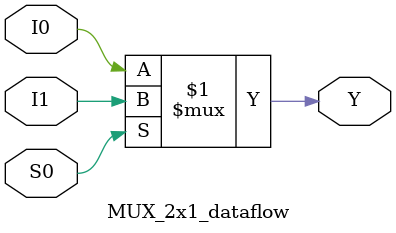
<source format=v>
/********************************************************************************************
Filename    :      MUX_2x1_dataflow.v
Description :      2:1 Multiplexer RTL using Dataflow Modeling
Author Name :      Sajeel Abid Parray
Language    :      Verilog HDL
Project     :      2:1 MUX
Date        :      02-December-2025
*********************************************************************************************/

module MUX_2x1_dataflow (

input I0, I1, 
input S0,
output Y   );

assign Y = (S0) ? I1 : I0;    //if S0=1 then Y=I1 else Y=I0

endmodule
 

</source>
